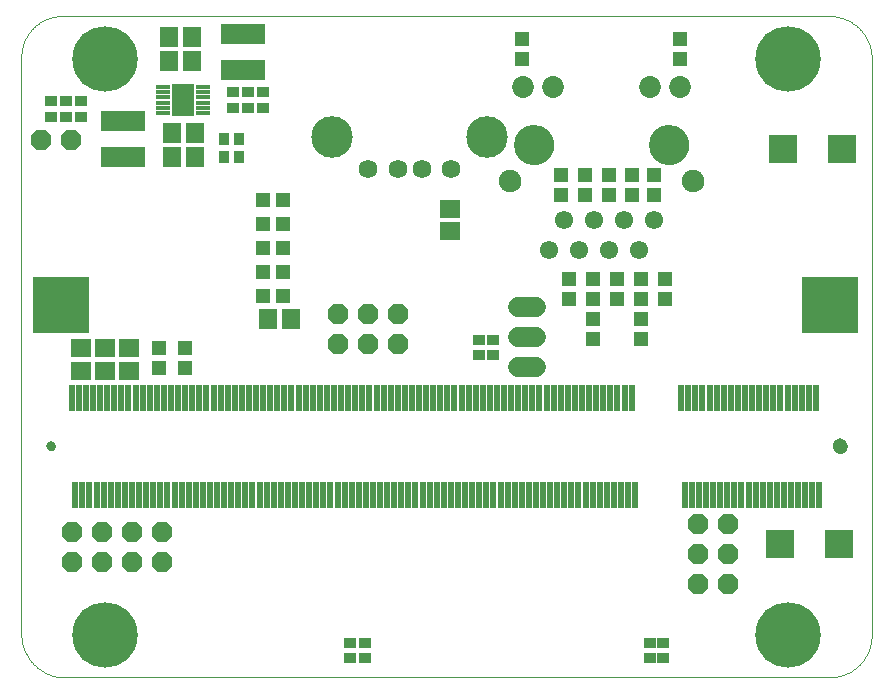
<source format=gbs>
G75*
%MOIN*%
%OFA0B0*%
%FSLAX25Y25*%
%IPPOS*%
%LPD*%
%AMOC8*
5,1,8,0,0,1.08239X$1,22.5*
%
%ADD10C,0.00000*%
%ADD11R,0.02178X0.08674*%
%ADD12R,0.18517X0.18910*%
%ADD13C,0.05131*%
%ADD14C,0.03162*%
%ADD15R,0.04737X0.01784*%
%ADD16R,0.07493X0.10643*%
%ADD17R,0.14580X0.06706*%
%ADD18C,0.06800*%
%ADD19R,0.03556X0.04343*%
%ADD20R,0.04343X0.03556*%
%ADD21R,0.05918X0.06706*%
%ADD22OC8,0.06800*%
%ADD23R,0.06706X0.05918*%
%ADD24C,0.21800*%
%ADD25R,0.09400X0.09400*%
%ADD26R,0.05131X0.04737*%
%ADD27R,0.04737X0.05131*%
%ADD28C,0.06115*%
%ADD29C,0.07296*%
%ADD30C,0.13398*%
%ADD31C,0.07493*%
%ADD32C,0.13855*%
%ADD33C,0.06233*%
D10*
X0015673Y0001500D02*
X0270791Y0001500D01*
X0271133Y0001504D01*
X0271476Y0001517D01*
X0271818Y0001537D01*
X0272159Y0001566D01*
X0272499Y0001603D01*
X0272839Y0001649D01*
X0273177Y0001702D01*
X0273514Y0001764D01*
X0273849Y0001834D01*
X0274183Y0001912D01*
X0274514Y0001998D01*
X0274844Y0002092D01*
X0275171Y0002194D01*
X0275495Y0002303D01*
X0275817Y0002421D01*
X0276136Y0002546D01*
X0276451Y0002679D01*
X0276764Y0002820D01*
X0277072Y0002968D01*
X0277378Y0003123D01*
X0277679Y0003286D01*
X0277976Y0003456D01*
X0278269Y0003633D01*
X0278558Y0003818D01*
X0278842Y0004009D01*
X0279122Y0004207D01*
X0279396Y0004411D01*
X0279666Y0004623D01*
X0279930Y0004840D01*
X0280189Y0005064D01*
X0280443Y0005295D01*
X0280691Y0005531D01*
X0280933Y0005773D01*
X0281169Y0006021D01*
X0281400Y0006275D01*
X0281624Y0006534D01*
X0281841Y0006798D01*
X0282053Y0007068D01*
X0282257Y0007342D01*
X0282455Y0007622D01*
X0282646Y0007906D01*
X0282831Y0008195D01*
X0283008Y0008488D01*
X0283178Y0008785D01*
X0283341Y0009086D01*
X0283496Y0009392D01*
X0283644Y0009700D01*
X0283785Y0010013D01*
X0283918Y0010328D01*
X0284043Y0010647D01*
X0284161Y0010969D01*
X0284270Y0011293D01*
X0284372Y0011620D01*
X0284466Y0011950D01*
X0284552Y0012281D01*
X0284630Y0012615D01*
X0284700Y0012950D01*
X0284762Y0013287D01*
X0284815Y0013625D01*
X0284861Y0013965D01*
X0284898Y0014305D01*
X0284927Y0014646D01*
X0284947Y0014988D01*
X0284960Y0015331D01*
X0284964Y0015673D01*
X0284965Y0015673D02*
X0284965Y0207799D01*
X0284964Y0207799D02*
X0284960Y0208141D01*
X0284947Y0208484D01*
X0284927Y0208826D01*
X0284898Y0209167D01*
X0284861Y0209507D01*
X0284815Y0209847D01*
X0284762Y0210185D01*
X0284700Y0210522D01*
X0284630Y0210857D01*
X0284552Y0211191D01*
X0284466Y0211522D01*
X0284372Y0211852D01*
X0284270Y0212179D01*
X0284161Y0212503D01*
X0284043Y0212825D01*
X0283918Y0213144D01*
X0283785Y0213459D01*
X0283644Y0213772D01*
X0283496Y0214080D01*
X0283341Y0214386D01*
X0283178Y0214687D01*
X0283008Y0214984D01*
X0282831Y0215277D01*
X0282646Y0215566D01*
X0282455Y0215850D01*
X0282257Y0216130D01*
X0282053Y0216404D01*
X0281841Y0216674D01*
X0281624Y0216938D01*
X0281400Y0217197D01*
X0281169Y0217451D01*
X0280933Y0217699D01*
X0280691Y0217941D01*
X0280443Y0218177D01*
X0280189Y0218408D01*
X0279930Y0218632D01*
X0279666Y0218849D01*
X0279396Y0219061D01*
X0279122Y0219265D01*
X0278842Y0219463D01*
X0278558Y0219654D01*
X0278269Y0219839D01*
X0277976Y0220016D01*
X0277679Y0220186D01*
X0277378Y0220349D01*
X0277072Y0220504D01*
X0276764Y0220652D01*
X0276451Y0220793D01*
X0276136Y0220926D01*
X0275817Y0221051D01*
X0275495Y0221169D01*
X0275171Y0221278D01*
X0274844Y0221380D01*
X0274514Y0221474D01*
X0274183Y0221560D01*
X0273849Y0221638D01*
X0273514Y0221708D01*
X0273177Y0221770D01*
X0272839Y0221823D01*
X0272499Y0221869D01*
X0272159Y0221906D01*
X0271818Y0221935D01*
X0271476Y0221955D01*
X0271133Y0221968D01*
X0270791Y0221972D01*
X0015673Y0221972D01*
X0001500Y0208799D02*
X0001500Y0016673D01*
X0001492Y0016318D01*
X0001492Y0015963D01*
X0001502Y0015609D01*
X0001520Y0015254D01*
X0001546Y0014901D01*
X0001581Y0014548D01*
X0001625Y0014195D01*
X0001677Y0013845D01*
X0001737Y0013495D01*
X0001806Y0013147D01*
X0001884Y0012801D01*
X0001969Y0012456D01*
X0002063Y0012114D01*
X0002165Y0011774D01*
X0002276Y0011437D01*
X0002394Y0011103D01*
X0002521Y0010771D01*
X0002655Y0010443D01*
X0002798Y0010118D01*
X0002948Y0009797D01*
X0003106Y0009479D01*
X0003271Y0009165D01*
X0003445Y0008855D01*
X0003625Y0008550D01*
X0003813Y0008249D01*
X0004008Y0007953D01*
X0004210Y0007661D01*
X0004419Y0007375D01*
X0004635Y0007093D01*
X0004858Y0006817D01*
X0005088Y0006546D01*
X0005323Y0006281D01*
X0005566Y0006022D01*
X0005814Y0005769D01*
X0006068Y0005521D01*
X0006329Y0005280D01*
X0006595Y0005046D01*
X0006867Y0004817D01*
X0007144Y0004596D01*
X0007426Y0004381D01*
X0007714Y0004173D01*
X0008006Y0003972D01*
X0008303Y0003778D01*
X0008605Y0003592D01*
X0008911Y0003413D01*
X0009222Y0003241D01*
X0009536Y0003077D01*
X0009855Y0002920D01*
X0010177Y0002771D01*
X0010502Y0002630D01*
X0010831Y0002497D01*
X0011163Y0002372D01*
X0011498Y0002255D01*
X0011836Y0002146D01*
X0012176Y0002046D01*
X0012518Y0001953D01*
X0012863Y0001869D01*
X0013210Y0001793D01*
X0013558Y0001726D01*
X0013908Y0001667D01*
X0014259Y0001616D01*
X0014611Y0001574D01*
X0014965Y0001541D01*
X0015319Y0001516D01*
X0015673Y0001500D01*
X0010260Y0078500D02*
X0010262Y0078569D01*
X0010268Y0078637D01*
X0010278Y0078705D01*
X0010292Y0078772D01*
X0010310Y0078839D01*
X0010331Y0078904D01*
X0010357Y0078968D01*
X0010386Y0079030D01*
X0010418Y0079090D01*
X0010454Y0079149D01*
X0010494Y0079205D01*
X0010536Y0079259D01*
X0010582Y0079310D01*
X0010631Y0079359D01*
X0010682Y0079405D01*
X0010736Y0079447D01*
X0010792Y0079487D01*
X0010850Y0079523D01*
X0010911Y0079555D01*
X0010973Y0079584D01*
X0011037Y0079610D01*
X0011102Y0079631D01*
X0011169Y0079649D01*
X0011236Y0079663D01*
X0011304Y0079673D01*
X0011372Y0079679D01*
X0011441Y0079681D01*
X0011510Y0079679D01*
X0011578Y0079673D01*
X0011646Y0079663D01*
X0011713Y0079649D01*
X0011780Y0079631D01*
X0011845Y0079610D01*
X0011909Y0079584D01*
X0011971Y0079555D01*
X0012031Y0079523D01*
X0012090Y0079487D01*
X0012146Y0079447D01*
X0012200Y0079405D01*
X0012251Y0079359D01*
X0012300Y0079310D01*
X0012346Y0079259D01*
X0012388Y0079205D01*
X0012428Y0079149D01*
X0012464Y0079090D01*
X0012496Y0079030D01*
X0012525Y0078968D01*
X0012551Y0078904D01*
X0012572Y0078839D01*
X0012590Y0078772D01*
X0012604Y0078705D01*
X0012614Y0078637D01*
X0012620Y0078569D01*
X0012622Y0078500D01*
X0012620Y0078431D01*
X0012614Y0078363D01*
X0012604Y0078295D01*
X0012590Y0078228D01*
X0012572Y0078161D01*
X0012551Y0078096D01*
X0012525Y0078032D01*
X0012496Y0077970D01*
X0012464Y0077909D01*
X0012428Y0077851D01*
X0012388Y0077795D01*
X0012346Y0077741D01*
X0012300Y0077690D01*
X0012251Y0077641D01*
X0012200Y0077595D01*
X0012146Y0077553D01*
X0012090Y0077513D01*
X0012032Y0077477D01*
X0011971Y0077445D01*
X0011909Y0077416D01*
X0011845Y0077390D01*
X0011780Y0077369D01*
X0011713Y0077351D01*
X0011646Y0077337D01*
X0011578Y0077327D01*
X0011510Y0077321D01*
X0011441Y0077319D01*
X0011372Y0077321D01*
X0011304Y0077327D01*
X0011236Y0077337D01*
X0011169Y0077351D01*
X0011102Y0077369D01*
X0011037Y0077390D01*
X0010973Y0077416D01*
X0010911Y0077445D01*
X0010850Y0077477D01*
X0010792Y0077513D01*
X0010736Y0077553D01*
X0010682Y0077595D01*
X0010631Y0077641D01*
X0010582Y0077690D01*
X0010536Y0077741D01*
X0010494Y0077795D01*
X0010454Y0077851D01*
X0010418Y0077909D01*
X0010386Y0077970D01*
X0010357Y0078032D01*
X0010331Y0078096D01*
X0010310Y0078161D01*
X0010292Y0078228D01*
X0010278Y0078295D01*
X0010268Y0078363D01*
X0010262Y0078431D01*
X0010260Y0078500D01*
X0161142Y0166992D02*
X0161144Y0167107D01*
X0161150Y0167223D01*
X0161160Y0167338D01*
X0161174Y0167453D01*
X0161192Y0167567D01*
X0161214Y0167680D01*
X0161239Y0167793D01*
X0161269Y0167904D01*
X0161302Y0168015D01*
X0161339Y0168124D01*
X0161380Y0168232D01*
X0161425Y0168339D01*
X0161473Y0168444D01*
X0161525Y0168547D01*
X0161581Y0168648D01*
X0161640Y0168748D01*
X0161702Y0168845D01*
X0161768Y0168940D01*
X0161836Y0169033D01*
X0161908Y0169123D01*
X0161983Y0169211D01*
X0162062Y0169296D01*
X0162143Y0169378D01*
X0162226Y0169458D01*
X0162313Y0169534D01*
X0162402Y0169608D01*
X0162493Y0169678D01*
X0162587Y0169746D01*
X0162683Y0169810D01*
X0162782Y0169870D01*
X0162882Y0169927D01*
X0162984Y0169981D01*
X0163088Y0170031D01*
X0163194Y0170078D01*
X0163301Y0170121D01*
X0163410Y0170160D01*
X0163520Y0170195D01*
X0163631Y0170226D01*
X0163743Y0170254D01*
X0163856Y0170278D01*
X0163970Y0170298D01*
X0164085Y0170314D01*
X0164200Y0170326D01*
X0164315Y0170334D01*
X0164430Y0170338D01*
X0164546Y0170338D01*
X0164661Y0170334D01*
X0164776Y0170326D01*
X0164891Y0170314D01*
X0165006Y0170298D01*
X0165120Y0170278D01*
X0165233Y0170254D01*
X0165345Y0170226D01*
X0165456Y0170195D01*
X0165566Y0170160D01*
X0165675Y0170121D01*
X0165782Y0170078D01*
X0165888Y0170031D01*
X0165992Y0169981D01*
X0166094Y0169927D01*
X0166194Y0169870D01*
X0166293Y0169810D01*
X0166389Y0169746D01*
X0166483Y0169678D01*
X0166574Y0169608D01*
X0166663Y0169534D01*
X0166750Y0169458D01*
X0166833Y0169378D01*
X0166914Y0169296D01*
X0166993Y0169211D01*
X0167068Y0169123D01*
X0167140Y0169033D01*
X0167208Y0168940D01*
X0167274Y0168845D01*
X0167336Y0168748D01*
X0167395Y0168648D01*
X0167451Y0168547D01*
X0167503Y0168444D01*
X0167551Y0168339D01*
X0167596Y0168232D01*
X0167637Y0168124D01*
X0167674Y0168015D01*
X0167707Y0167904D01*
X0167737Y0167793D01*
X0167762Y0167680D01*
X0167784Y0167567D01*
X0167802Y0167453D01*
X0167816Y0167338D01*
X0167826Y0167223D01*
X0167832Y0167107D01*
X0167834Y0166992D01*
X0167832Y0166877D01*
X0167826Y0166761D01*
X0167816Y0166646D01*
X0167802Y0166531D01*
X0167784Y0166417D01*
X0167762Y0166304D01*
X0167737Y0166191D01*
X0167707Y0166080D01*
X0167674Y0165969D01*
X0167637Y0165860D01*
X0167596Y0165752D01*
X0167551Y0165645D01*
X0167503Y0165540D01*
X0167451Y0165437D01*
X0167395Y0165336D01*
X0167336Y0165236D01*
X0167274Y0165139D01*
X0167208Y0165044D01*
X0167140Y0164951D01*
X0167068Y0164861D01*
X0166993Y0164773D01*
X0166914Y0164688D01*
X0166833Y0164606D01*
X0166750Y0164526D01*
X0166663Y0164450D01*
X0166574Y0164376D01*
X0166483Y0164306D01*
X0166389Y0164238D01*
X0166293Y0164174D01*
X0166194Y0164114D01*
X0166094Y0164057D01*
X0165992Y0164003D01*
X0165888Y0163953D01*
X0165782Y0163906D01*
X0165675Y0163863D01*
X0165566Y0163824D01*
X0165456Y0163789D01*
X0165345Y0163758D01*
X0165233Y0163730D01*
X0165120Y0163706D01*
X0165006Y0163686D01*
X0164891Y0163670D01*
X0164776Y0163658D01*
X0164661Y0163650D01*
X0164546Y0163646D01*
X0164430Y0163646D01*
X0164315Y0163650D01*
X0164200Y0163658D01*
X0164085Y0163670D01*
X0163970Y0163686D01*
X0163856Y0163706D01*
X0163743Y0163730D01*
X0163631Y0163758D01*
X0163520Y0163789D01*
X0163410Y0163824D01*
X0163301Y0163863D01*
X0163194Y0163906D01*
X0163088Y0163953D01*
X0162984Y0164003D01*
X0162882Y0164057D01*
X0162782Y0164114D01*
X0162683Y0164174D01*
X0162587Y0164238D01*
X0162493Y0164306D01*
X0162402Y0164376D01*
X0162313Y0164450D01*
X0162226Y0164526D01*
X0162143Y0164606D01*
X0162062Y0164688D01*
X0161983Y0164773D01*
X0161908Y0164861D01*
X0161836Y0164951D01*
X0161768Y0165044D01*
X0161702Y0165139D01*
X0161640Y0165236D01*
X0161581Y0165336D01*
X0161525Y0165437D01*
X0161473Y0165540D01*
X0161425Y0165645D01*
X0161380Y0165752D01*
X0161339Y0165860D01*
X0161302Y0165969D01*
X0161269Y0166080D01*
X0161239Y0166191D01*
X0161214Y0166304D01*
X0161192Y0166417D01*
X0161174Y0166531D01*
X0161160Y0166646D01*
X0161150Y0166761D01*
X0161144Y0166877D01*
X0161142Y0166992D01*
X0166201Y0179000D02*
X0166203Y0179158D01*
X0166209Y0179316D01*
X0166219Y0179474D01*
X0166233Y0179632D01*
X0166251Y0179789D01*
X0166272Y0179946D01*
X0166298Y0180102D01*
X0166328Y0180258D01*
X0166361Y0180413D01*
X0166399Y0180566D01*
X0166440Y0180719D01*
X0166485Y0180871D01*
X0166534Y0181022D01*
X0166587Y0181171D01*
X0166643Y0181319D01*
X0166703Y0181465D01*
X0166767Y0181610D01*
X0166835Y0181753D01*
X0166906Y0181895D01*
X0166980Y0182035D01*
X0167058Y0182172D01*
X0167140Y0182308D01*
X0167224Y0182442D01*
X0167313Y0182573D01*
X0167404Y0182702D01*
X0167499Y0182829D01*
X0167596Y0182954D01*
X0167697Y0183076D01*
X0167801Y0183195D01*
X0167908Y0183312D01*
X0168018Y0183426D01*
X0168131Y0183537D01*
X0168246Y0183646D01*
X0168364Y0183751D01*
X0168485Y0183853D01*
X0168608Y0183953D01*
X0168734Y0184049D01*
X0168862Y0184142D01*
X0168992Y0184232D01*
X0169125Y0184318D01*
X0169260Y0184402D01*
X0169396Y0184481D01*
X0169535Y0184558D01*
X0169676Y0184630D01*
X0169818Y0184700D01*
X0169962Y0184765D01*
X0170108Y0184827D01*
X0170255Y0184885D01*
X0170404Y0184940D01*
X0170554Y0184991D01*
X0170705Y0185038D01*
X0170857Y0185081D01*
X0171010Y0185120D01*
X0171165Y0185156D01*
X0171320Y0185187D01*
X0171476Y0185215D01*
X0171632Y0185239D01*
X0171789Y0185259D01*
X0171947Y0185275D01*
X0172104Y0185287D01*
X0172263Y0185295D01*
X0172421Y0185299D01*
X0172579Y0185299D01*
X0172737Y0185295D01*
X0172896Y0185287D01*
X0173053Y0185275D01*
X0173211Y0185259D01*
X0173368Y0185239D01*
X0173524Y0185215D01*
X0173680Y0185187D01*
X0173835Y0185156D01*
X0173990Y0185120D01*
X0174143Y0185081D01*
X0174295Y0185038D01*
X0174446Y0184991D01*
X0174596Y0184940D01*
X0174745Y0184885D01*
X0174892Y0184827D01*
X0175038Y0184765D01*
X0175182Y0184700D01*
X0175324Y0184630D01*
X0175465Y0184558D01*
X0175604Y0184481D01*
X0175740Y0184402D01*
X0175875Y0184318D01*
X0176008Y0184232D01*
X0176138Y0184142D01*
X0176266Y0184049D01*
X0176392Y0183953D01*
X0176515Y0183853D01*
X0176636Y0183751D01*
X0176754Y0183646D01*
X0176869Y0183537D01*
X0176982Y0183426D01*
X0177092Y0183312D01*
X0177199Y0183195D01*
X0177303Y0183076D01*
X0177404Y0182954D01*
X0177501Y0182829D01*
X0177596Y0182702D01*
X0177687Y0182573D01*
X0177776Y0182442D01*
X0177860Y0182308D01*
X0177942Y0182172D01*
X0178020Y0182035D01*
X0178094Y0181895D01*
X0178165Y0181753D01*
X0178233Y0181610D01*
X0178297Y0181465D01*
X0178357Y0181319D01*
X0178413Y0181171D01*
X0178466Y0181022D01*
X0178515Y0180871D01*
X0178560Y0180719D01*
X0178601Y0180566D01*
X0178639Y0180413D01*
X0178672Y0180258D01*
X0178702Y0180102D01*
X0178728Y0179946D01*
X0178749Y0179789D01*
X0178767Y0179632D01*
X0178781Y0179474D01*
X0178791Y0179316D01*
X0178797Y0179158D01*
X0178799Y0179000D01*
X0178797Y0178842D01*
X0178791Y0178684D01*
X0178781Y0178526D01*
X0178767Y0178368D01*
X0178749Y0178211D01*
X0178728Y0178054D01*
X0178702Y0177898D01*
X0178672Y0177742D01*
X0178639Y0177587D01*
X0178601Y0177434D01*
X0178560Y0177281D01*
X0178515Y0177129D01*
X0178466Y0176978D01*
X0178413Y0176829D01*
X0178357Y0176681D01*
X0178297Y0176535D01*
X0178233Y0176390D01*
X0178165Y0176247D01*
X0178094Y0176105D01*
X0178020Y0175965D01*
X0177942Y0175828D01*
X0177860Y0175692D01*
X0177776Y0175558D01*
X0177687Y0175427D01*
X0177596Y0175298D01*
X0177501Y0175171D01*
X0177404Y0175046D01*
X0177303Y0174924D01*
X0177199Y0174805D01*
X0177092Y0174688D01*
X0176982Y0174574D01*
X0176869Y0174463D01*
X0176754Y0174354D01*
X0176636Y0174249D01*
X0176515Y0174147D01*
X0176392Y0174047D01*
X0176266Y0173951D01*
X0176138Y0173858D01*
X0176008Y0173768D01*
X0175875Y0173682D01*
X0175740Y0173598D01*
X0175604Y0173519D01*
X0175465Y0173442D01*
X0175324Y0173370D01*
X0175182Y0173300D01*
X0175038Y0173235D01*
X0174892Y0173173D01*
X0174745Y0173115D01*
X0174596Y0173060D01*
X0174446Y0173009D01*
X0174295Y0172962D01*
X0174143Y0172919D01*
X0173990Y0172880D01*
X0173835Y0172844D01*
X0173680Y0172813D01*
X0173524Y0172785D01*
X0173368Y0172761D01*
X0173211Y0172741D01*
X0173053Y0172725D01*
X0172896Y0172713D01*
X0172737Y0172705D01*
X0172579Y0172701D01*
X0172421Y0172701D01*
X0172263Y0172705D01*
X0172104Y0172713D01*
X0171947Y0172725D01*
X0171789Y0172741D01*
X0171632Y0172761D01*
X0171476Y0172785D01*
X0171320Y0172813D01*
X0171165Y0172844D01*
X0171010Y0172880D01*
X0170857Y0172919D01*
X0170705Y0172962D01*
X0170554Y0173009D01*
X0170404Y0173060D01*
X0170255Y0173115D01*
X0170108Y0173173D01*
X0169962Y0173235D01*
X0169818Y0173300D01*
X0169676Y0173370D01*
X0169535Y0173442D01*
X0169396Y0173519D01*
X0169260Y0173598D01*
X0169125Y0173682D01*
X0168992Y0173768D01*
X0168862Y0173858D01*
X0168734Y0173951D01*
X0168608Y0174047D01*
X0168485Y0174147D01*
X0168364Y0174249D01*
X0168246Y0174354D01*
X0168131Y0174463D01*
X0168018Y0174574D01*
X0167908Y0174688D01*
X0167801Y0174805D01*
X0167697Y0174924D01*
X0167596Y0175046D01*
X0167499Y0175171D01*
X0167404Y0175298D01*
X0167313Y0175427D01*
X0167224Y0175558D01*
X0167140Y0175692D01*
X0167058Y0175828D01*
X0166980Y0175965D01*
X0166906Y0176105D01*
X0166835Y0176247D01*
X0166767Y0176390D01*
X0166703Y0176535D01*
X0166643Y0176681D01*
X0166587Y0176829D01*
X0166534Y0176978D01*
X0166485Y0177129D01*
X0166440Y0177281D01*
X0166399Y0177434D01*
X0166361Y0177587D01*
X0166328Y0177742D01*
X0166298Y0177898D01*
X0166272Y0178054D01*
X0166251Y0178211D01*
X0166233Y0178368D01*
X0166219Y0178526D01*
X0166209Y0178684D01*
X0166203Y0178842D01*
X0166201Y0179000D01*
X0211201Y0179000D02*
X0211203Y0179158D01*
X0211209Y0179316D01*
X0211219Y0179474D01*
X0211233Y0179632D01*
X0211251Y0179789D01*
X0211272Y0179946D01*
X0211298Y0180102D01*
X0211328Y0180258D01*
X0211361Y0180413D01*
X0211399Y0180566D01*
X0211440Y0180719D01*
X0211485Y0180871D01*
X0211534Y0181022D01*
X0211587Y0181171D01*
X0211643Y0181319D01*
X0211703Y0181465D01*
X0211767Y0181610D01*
X0211835Y0181753D01*
X0211906Y0181895D01*
X0211980Y0182035D01*
X0212058Y0182172D01*
X0212140Y0182308D01*
X0212224Y0182442D01*
X0212313Y0182573D01*
X0212404Y0182702D01*
X0212499Y0182829D01*
X0212596Y0182954D01*
X0212697Y0183076D01*
X0212801Y0183195D01*
X0212908Y0183312D01*
X0213018Y0183426D01*
X0213131Y0183537D01*
X0213246Y0183646D01*
X0213364Y0183751D01*
X0213485Y0183853D01*
X0213608Y0183953D01*
X0213734Y0184049D01*
X0213862Y0184142D01*
X0213992Y0184232D01*
X0214125Y0184318D01*
X0214260Y0184402D01*
X0214396Y0184481D01*
X0214535Y0184558D01*
X0214676Y0184630D01*
X0214818Y0184700D01*
X0214962Y0184765D01*
X0215108Y0184827D01*
X0215255Y0184885D01*
X0215404Y0184940D01*
X0215554Y0184991D01*
X0215705Y0185038D01*
X0215857Y0185081D01*
X0216010Y0185120D01*
X0216165Y0185156D01*
X0216320Y0185187D01*
X0216476Y0185215D01*
X0216632Y0185239D01*
X0216789Y0185259D01*
X0216947Y0185275D01*
X0217104Y0185287D01*
X0217263Y0185295D01*
X0217421Y0185299D01*
X0217579Y0185299D01*
X0217737Y0185295D01*
X0217896Y0185287D01*
X0218053Y0185275D01*
X0218211Y0185259D01*
X0218368Y0185239D01*
X0218524Y0185215D01*
X0218680Y0185187D01*
X0218835Y0185156D01*
X0218990Y0185120D01*
X0219143Y0185081D01*
X0219295Y0185038D01*
X0219446Y0184991D01*
X0219596Y0184940D01*
X0219745Y0184885D01*
X0219892Y0184827D01*
X0220038Y0184765D01*
X0220182Y0184700D01*
X0220324Y0184630D01*
X0220465Y0184558D01*
X0220604Y0184481D01*
X0220740Y0184402D01*
X0220875Y0184318D01*
X0221008Y0184232D01*
X0221138Y0184142D01*
X0221266Y0184049D01*
X0221392Y0183953D01*
X0221515Y0183853D01*
X0221636Y0183751D01*
X0221754Y0183646D01*
X0221869Y0183537D01*
X0221982Y0183426D01*
X0222092Y0183312D01*
X0222199Y0183195D01*
X0222303Y0183076D01*
X0222404Y0182954D01*
X0222501Y0182829D01*
X0222596Y0182702D01*
X0222687Y0182573D01*
X0222776Y0182442D01*
X0222860Y0182308D01*
X0222942Y0182172D01*
X0223020Y0182035D01*
X0223094Y0181895D01*
X0223165Y0181753D01*
X0223233Y0181610D01*
X0223297Y0181465D01*
X0223357Y0181319D01*
X0223413Y0181171D01*
X0223466Y0181022D01*
X0223515Y0180871D01*
X0223560Y0180719D01*
X0223601Y0180566D01*
X0223639Y0180413D01*
X0223672Y0180258D01*
X0223702Y0180102D01*
X0223728Y0179946D01*
X0223749Y0179789D01*
X0223767Y0179632D01*
X0223781Y0179474D01*
X0223791Y0179316D01*
X0223797Y0179158D01*
X0223799Y0179000D01*
X0223797Y0178842D01*
X0223791Y0178684D01*
X0223781Y0178526D01*
X0223767Y0178368D01*
X0223749Y0178211D01*
X0223728Y0178054D01*
X0223702Y0177898D01*
X0223672Y0177742D01*
X0223639Y0177587D01*
X0223601Y0177434D01*
X0223560Y0177281D01*
X0223515Y0177129D01*
X0223466Y0176978D01*
X0223413Y0176829D01*
X0223357Y0176681D01*
X0223297Y0176535D01*
X0223233Y0176390D01*
X0223165Y0176247D01*
X0223094Y0176105D01*
X0223020Y0175965D01*
X0222942Y0175828D01*
X0222860Y0175692D01*
X0222776Y0175558D01*
X0222687Y0175427D01*
X0222596Y0175298D01*
X0222501Y0175171D01*
X0222404Y0175046D01*
X0222303Y0174924D01*
X0222199Y0174805D01*
X0222092Y0174688D01*
X0221982Y0174574D01*
X0221869Y0174463D01*
X0221754Y0174354D01*
X0221636Y0174249D01*
X0221515Y0174147D01*
X0221392Y0174047D01*
X0221266Y0173951D01*
X0221138Y0173858D01*
X0221008Y0173768D01*
X0220875Y0173682D01*
X0220740Y0173598D01*
X0220604Y0173519D01*
X0220465Y0173442D01*
X0220324Y0173370D01*
X0220182Y0173300D01*
X0220038Y0173235D01*
X0219892Y0173173D01*
X0219745Y0173115D01*
X0219596Y0173060D01*
X0219446Y0173009D01*
X0219295Y0172962D01*
X0219143Y0172919D01*
X0218990Y0172880D01*
X0218835Y0172844D01*
X0218680Y0172813D01*
X0218524Y0172785D01*
X0218368Y0172761D01*
X0218211Y0172741D01*
X0218053Y0172725D01*
X0217896Y0172713D01*
X0217737Y0172705D01*
X0217579Y0172701D01*
X0217421Y0172701D01*
X0217263Y0172705D01*
X0217104Y0172713D01*
X0216947Y0172725D01*
X0216789Y0172741D01*
X0216632Y0172761D01*
X0216476Y0172785D01*
X0216320Y0172813D01*
X0216165Y0172844D01*
X0216010Y0172880D01*
X0215857Y0172919D01*
X0215705Y0172962D01*
X0215554Y0173009D01*
X0215404Y0173060D01*
X0215255Y0173115D01*
X0215108Y0173173D01*
X0214962Y0173235D01*
X0214818Y0173300D01*
X0214676Y0173370D01*
X0214535Y0173442D01*
X0214396Y0173519D01*
X0214260Y0173598D01*
X0214125Y0173682D01*
X0213992Y0173768D01*
X0213862Y0173858D01*
X0213734Y0173951D01*
X0213608Y0174047D01*
X0213485Y0174147D01*
X0213364Y0174249D01*
X0213246Y0174354D01*
X0213131Y0174463D01*
X0213018Y0174574D01*
X0212908Y0174688D01*
X0212801Y0174805D01*
X0212697Y0174924D01*
X0212596Y0175046D01*
X0212499Y0175171D01*
X0212404Y0175298D01*
X0212313Y0175427D01*
X0212224Y0175558D01*
X0212140Y0175692D01*
X0212058Y0175828D01*
X0211980Y0175965D01*
X0211906Y0176105D01*
X0211835Y0176247D01*
X0211767Y0176390D01*
X0211703Y0176535D01*
X0211643Y0176681D01*
X0211587Y0176829D01*
X0211534Y0176978D01*
X0211485Y0177129D01*
X0211440Y0177281D01*
X0211399Y0177434D01*
X0211361Y0177587D01*
X0211328Y0177742D01*
X0211298Y0177898D01*
X0211272Y0178054D01*
X0211251Y0178211D01*
X0211233Y0178368D01*
X0211219Y0178526D01*
X0211209Y0178684D01*
X0211203Y0178842D01*
X0211201Y0179000D01*
X0222166Y0166992D02*
X0222168Y0167107D01*
X0222174Y0167223D01*
X0222184Y0167338D01*
X0222198Y0167453D01*
X0222216Y0167567D01*
X0222238Y0167680D01*
X0222263Y0167793D01*
X0222293Y0167904D01*
X0222326Y0168015D01*
X0222363Y0168124D01*
X0222404Y0168232D01*
X0222449Y0168339D01*
X0222497Y0168444D01*
X0222549Y0168547D01*
X0222605Y0168648D01*
X0222664Y0168748D01*
X0222726Y0168845D01*
X0222792Y0168940D01*
X0222860Y0169033D01*
X0222932Y0169123D01*
X0223007Y0169211D01*
X0223086Y0169296D01*
X0223167Y0169378D01*
X0223250Y0169458D01*
X0223337Y0169534D01*
X0223426Y0169608D01*
X0223517Y0169678D01*
X0223611Y0169746D01*
X0223707Y0169810D01*
X0223806Y0169870D01*
X0223906Y0169927D01*
X0224008Y0169981D01*
X0224112Y0170031D01*
X0224218Y0170078D01*
X0224325Y0170121D01*
X0224434Y0170160D01*
X0224544Y0170195D01*
X0224655Y0170226D01*
X0224767Y0170254D01*
X0224880Y0170278D01*
X0224994Y0170298D01*
X0225109Y0170314D01*
X0225224Y0170326D01*
X0225339Y0170334D01*
X0225454Y0170338D01*
X0225570Y0170338D01*
X0225685Y0170334D01*
X0225800Y0170326D01*
X0225915Y0170314D01*
X0226030Y0170298D01*
X0226144Y0170278D01*
X0226257Y0170254D01*
X0226369Y0170226D01*
X0226480Y0170195D01*
X0226590Y0170160D01*
X0226699Y0170121D01*
X0226806Y0170078D01*
X0226912Y0170031D01*
X0227016Y0169981D01*
X0227118Y0169927D01*
X0227218Y0169870D01*
X0227317Y0169810D01*
X0227413Y0169746D01*
X0227507Y0169678D01*
X0227598Y0169608D01*
X0227687Y0169534D01*
X0227774Y0169458D01*
X0227857Y0169378D01*
X0227938Y0169296D01*
X0228017Y0169211D01*
X0228092Y0169123D01*
X0228164Y0169033D01*
X0228232Y0168940D01*
X0228298Y0168845D01*
X0228360Y0168748D01*
X0228419Y0168648D01*
X0228475Y0168547D01*
X0228527Y0168444D01*
X0228575Y0168339D01*
X0228620Y0168232D01*
X0228661Y0168124D01*
X0228698Y0168015D01*
X0228731Y0167904D01*
X0228761Y0167793D01*
X0228786Y0167680D01*
X0228808Y0167567D01*
X0228826Y0167453D01*
X0228840Y0167338D01*
X0228850Y0167223D01*
X0228856Y0167107D01*
X0228858Y0166992D01*
X0228856Y0166877D01*
X0228850Y0166761D01*
X0228840Y0166646D01*
X0228826Y0166531D01*
X0228808Y0166417D01*
X0228786Y0166304D01*
X0228761Y0166191D01*
X0228731Y0166080D01*
X0228698Y0165969D01*
X0228661Y0165860D01*
X0228620Y0165752D01*
X0228575Y0165645D01*
X0228527Y0165540D01*
X0228475Y0165437D01*
X0228419Y0165336D01*
X0228360Y0165236D01*
X0228298Y0165139D01*
X0228232Y0165044D01*
X0228164Y0164951D01*
X0228092Y0164861D01*
X0228017Y0164773D01*
X0227938Y0164688D01*
X0227857Y0164606D01*
X0227774Y0164526D01*
X0227687Y0164450D01*
X0227598Y0164376D01*
X0227507Y0164306D01*
X0227413Y0164238D01*
X0227317Y0164174D01*
X0227218Y0164114D01*
X0227118Y0164057D01*
X0227016Y0164003D01*
X0226912Y0163953D01*
X0226806Y0163906D01*
X0226699Y0163863D01*
X0226590Y0163824D01*
X0226480Y0163789D01*
X0226369Y0163758D01*
X0226257Y0163730D01*
X0226144Y0163706D01*
X0226030Y0163686D01*
X0225915Y0163670D01*
X0225800Y0163658D01*
X0225685Y0163650D01*
X0225570Y0163646D01*
X0225454Y0163646D01*
X0225339Y0163650D01*
X0225224Y0163658D01*
X0225109Y0163670D01*
X0224994Y0163686D01*
X0224880Y0163706D01*
X0224767Y0163730D01*
X0224655Y0163758D01*
X0224544Y0163789D01*
X0224434Y0163824D01*
X0224325Y0163863D01*
X0224218Y0163906D01*
X0224112Y0163953D01*
X0224008Y0164003D01*
X0223906Y0164057D01*
X0223806Y0164114D01*
X0223707Y0164174D01*
X0223611Y0164238D01*
X0223517Y0164306D01*
X0223426Y0164376D01*
X0223337Y0164450D01*
X0223250Y0164526D01*
X0223167Y0164606D01*
X0223086Y0164688D01*
X0223007Y0164773D01*
X0222932Y0164861D01*
X0222860Y0164951D01*
X0222792Y0165044D01*
X0222726Y0165139D01*
X0222664Y0165236D01*
X0222605Y0165336D01*
X0222549Y0165437D01*
X0222497Y0165540D01*
X0222449Y0165645D01*
X0222404Y0165752D01*
X0222363Y0165860D01*
X0222326Y0165969D01*
X0222293Y0166080D01*
X0222263Y0166191D01*
X0222238Y0166304D01*
X0222216Y0166417D01*
X0222198Y0166531D01*
X0222184Y0166646D01*
X0222174Y0166761D01*
X0222168Y0166877D01*
X0222166Y0166992D01*
X0272268Y0078500D02*
X0272270Y0078593D01*
X0272276Y0078685D01*
X0272286Y0078777D01*
X0272300Y0078868D01*
X0272317Y0078959D01*
X0272339Y0079049D01*
X0272364Y0079138D01*
X0272393Y0079226D01*
X0272426Y0079312D01*
X0272463Y0079397D01*
X0272503Y0079481D01*
X0272547Y0079562D01*
X0272594Y0079642D01*
X0272644Y0079720D01*
X0272698Y0079795D01*
X0272755Y0079868D01*
X0272815Y0079938D01*
X0272878Y0080006D01*
X0272944Y0080071D01*
X0273012Y0080133D01*
X0273083Y0080193D01*
X0273157Y0080249D01*
X0273233Y0080302D01*
X0273311Y0080351D01*
X0273391Y0080398D01*
X0273473Y0080440D01*
X0273557Y0080480D01*
X0273642Y0080515D01*
X0273729Y0080547D01*
X0273817Y0080576D01*
X0273906Y0080600D01*
X0273996Y0080621D01*
X0274087Y0080637D01*
X0274179Y0080650D01*
X0274271Y0080659D01*
X0274364Y0080664D01*
X0274456Y0080665D01*
X0274549Y0080662D01*
X0274641Y0080655D01*
X0274733Y0080644D01*
X0274824Y0080629D01*
X0274915Y0080611D01*
X0275005Y0080588D01*
X0275093Y0080562D01*
X0275181Y0080532D01*
X0275267Y0080498D01*
X0275351Y0080461D01*
X0275434Y0080419D01*
X0275515Y0080375D01*
X0275595Y0080327D01*
X0275672Y0080276D01*
X0275746Y0080221D01*
X0275819Y0080163D01*
X0275889Y0080103D01*
X0275956Y0080039D01*
X0276020Y0079973D01*
X0276082Y0079903D01*
X0276140Y0079832D01*
X0276195Y0079758D01*
X0276247Y0079681D01*
X0276296Y0079602D01*
X0276342Y0079522D01*
X0276384Y0079439D01*
X0276422Y0079355D01*
X0276457Y0079269D01*
X0276488Y0079182D01*
X0276515Y0079094D01*
X0276538Y0079004D01*
X0276558Y0078914D01*
X0276574Y0078823D01*
X0276586Y0078731D01*
X0276594Y0078639D01*
X0276598Y0078546D01*
X0276598Y0078454D01*
X0276594Y0078361D01*
X0276586Y0078269D01*
X0276574Y0078177D01*
X0276558Y0078086D01*
X0276538Y0077996D01*
X0276515Y0077906D01*
X0276488Y0077818D01*
X0276457Y0077731D01*
X0276422Y0077645D01*
X0276384Y0077561D01*
X0276342Y0077478D01*
X0276296Y0077398D01*
X0276247Y0077319D01*
X0276195Y0077242D01*
X0276140Y0077168D01*
X0276082Y0077097D01*
X0276020Y0077027D01*
X0275956Y0076961D01*
X0275889Y0076897D01*
X0275819Y0076837D01*
X0275746Y0076779D01*
X0275672Y0076724D01*
X0275595Y0076673D01*
X0275516Y0076625D01*
X0275434Y0076581D01*
X0275351Y0076539D01*
X0275267Y0076502D01*
X0275181Y0076468D01*
X0275093Y0076438D01*
X0275005Y0076412D01*
X0274915Y0076389D01*
X0274824Y0076371D01*
X0274733Y0076356D01*
X0274641Y0076345D01*
X0274549Y0076338D01*
X0274456Y0076335D01*
X0274364Y0076336D01*
X0274271Y0076341D01*
X0274179Y0076350D01*
X0274087Y0076363D01*
X0273996Y0076379D01*
X0273906Y0076400D01*
X0273817Y0076424D01*
X0273729Y0076453D01*
X0273642Y0076485D01*
X0273557Y0076520D01*
X0273473Y0076560D01*
X0273391Y0076602D01*
X0273311Y0076649D01*
X0273233Y0076698D01*
X0273157Y0076751D01*
X0273083Y0076807D01*
X0273012Y0076867D01*
X0272944Y0076929D01*
X0272878Y0076994D01*
X0272815Y0077062D01*
X0272755Y0077132D01*
X0272698Y0077205D01*
X0272644Y0077280D01*
X0272594Y0077358D01*
X0272547Y0077438D01*
X0272503Y0077519D01*
X0272463Y0077603D01*
X0272426Y0077688D01*
X0272393Y0077774D01*
X0272364Y0077862D01*
X0272339Y0077951D01*
X0272317Y0078041D01*
X0272300Y0078132D01*
X0272286Y0078223D01*
X0272276Y0078315D01*
X0272270Y0078407D01*
X0272268Y0078500D01*
X0015673Y0221972D02*
X0015342Y0221980D01*
X0015012Y0221980D01*
X0014681Y0221972D01*
X0014351Y0221956D01*
X0014021Y0221932D01*
X0013692Y0221901D01*
X0013364Y0221861D01*
X0013037Y0221813D01*
X0012711Y0221758D01*
X0012386Y0221694D01*
X0012063Y0221623D01*
X0011742Y0221544D01*
X0011423Y0221457D01*
X0011107Y0221363D01*
X0010792Y0221261D01*
X0010480Y0221151D01*
X0010171Y0221034D01*
X0009865Y0220909D01*
X0009562Y0220777D01*
X0009262Y0220638D01*
X0008965Y0220492D01*
X0008672Y0220338D01*
X0008383Y0220177D01*
X0008098Y0220010D01*
X0007817Y0219836D01*
X0007541Y0219654D01*
X0007269Y0219467D01*
X0007001Y0219272D01*
X0006738Y0219072D01*
X0006480Y0218865D01*
X0006228Y0218652D01*
X0005980Y0218433D01*
X0005738Y0218207D01*
X0005501Y0217977D01*
X0005270Y0217740D01*
X0005045Y0217498D01*
X0004826Y0217251D01*
X0004612Y0216998D01*
X0004405Y0216740D01*
X0004204Y0216478D01*
X0004010Y0216210D01*
X0003822Y0215938D01*
X0003641Y0215662D01*
X0003466Y0215381D01*
X0003299Y0215096D01*
X0003138Y0214807D01*
X0002984Y0214514D01*
X0002838Y0214218D01*
X0002698Y0213918D01*
X0002566Y0213615D01*
X0002441Y0213309D01*
X0002324Y0213000D01*
X0002214Y0212688D01*
X0002112Y0212373D01*
X0002017Y0212057D01*
X0001930Y0211738D01*
X0001851Y0211417D01*
X0001779Y0211094D01*
X0001716Y0210769D01*
X0001660Y0210443D01*
X0001612Y0210116D01*
X0001572Y0209788D01*
X0001540Y0209459D01*
X0001516Y0209129D01*
X0001500Y0208799D01*
D11*
X0018331Y0094642D03*
X0020693Y0094642D03*
X0023055Y0094642D03*
X0025417Y0094642D03*
X0027780Y0094642D03*
X0030142Y0094642D03*
X0032504Y0094642D03*
X0034866Y0094642D03*
X0037228Y0094642D03*
X0039591Y0094642D03*
X0041953Y0094642D03*
X0044315Y0094642D03*
X0046677Y0094642D03*
X0049039Y0094642D03*
X0051402Y0094642D03*
X0053764Y0094642D03*
X0056126Y0094642D03*
X0058488Y0094642D03*
X0060850Y0094642D03*
X0063213Y0094642D03*
X0065575Y0094642D03*
X0067937Y0094642D03*
X0070299Y0094642D03*
X0072661Y0094642D03*
X0075024Y0094642D03*
X0077386Y0094642D03*
X0079748Y0094642D03*
X0082110Y0094642D03*
X0084472Y0094642D03*
X0086835Y0094642D03*
X0089197Y0094642D03*
X0091559Y0094642D03*
X0093921Y0094642D03*
X0096283Y0094642D03*
X0098646Y0094642D03*
X0101008Y0094642D03*
X0103370Y0094642D03*
X0105732Y0094642D03*
X0108094Y0094642D03*
X0110457Y0094642D03*
X0112819Y0094642D03*
X0115181Y0094642D03*
X0117543Y0094642D03*
X0119906Y0094642D03*
X0122268Y0094642D03*
X0124630Y0094642D03*
X0126992Y0094642D03*
X0129354Y0094642D03*
X0131717Y0094642D03*
X0134079Y0094642D03*
X0136441Y0094642D03*
X0138803Y0094642D03*
X0141165Y0094642D03*
X0143528Y0094642D03*
X0145890Y0094642D03*
X0148252Y0094642D03*
X0150614Y0094642D03*
X0152976Y0094642D03*
X0155339Y0094642D03*
X0157701Y0094642D03*
X0160063Y0094642D03*
X0162425Y0094642D03*
X0164787Y0094642D03*
X0167150Y0094642D03*
X0169512Y0094642D03*
X0171874Y0094642D03*
X0174236Y0094642D03*
X0176598Y0094642D03*
X0178961Y0094642D03*
X0181323Y0094642D03*
X0183685Y0094642D03*
X0186047Y0094642D03*
X0188409Y0094642D03*
X0190772Y0094642D03*
X0193134Y0094642D03*
X0195496Y0094642D03*
X0197858Y0094642D03*
X0200220Y0094642D03*
X0202583Y0094642D03*
X0204945Y0094642D03*
X0221480Y0094642D03*
X0223843Y0094642D03*
X0226205Y0094642D03*
X0228567Y0094642D03*
X0230929Y0094642D03*
X0233291Y0094642D03*
X0235654Y0094642D03*
X0238016Y0094642D03*
X0240378Y0094642D03*
X0242740Y0094642D03*
X0245102Y0094642D03*
X0247465Y0094642D03*
X0249827Y0094642D03*
X0252189Y0094642D03*
X0254551Y0094642D03*
X0256913Y0094642D03*
X0259276Y0094642D03*
X0261638Y0094642D03*
X0264000Y0094642D03*
X0266362Y0094642D03*
X0265181Y0062358D03*
X0262819Y0062358D03*
X0260457Y0062358D03*
X0258094Y0062358D03*
X0255732Y0062358D03*
X0253370Y0062358D03*
X0251008Y0062358D03*
X0248646Y0062358D03*
X0246283Y0062358D03*
X0243921Y0062358D03*
X0241559Y0062358D03*
X0239197Y0062358D03*
X0236835Y0062358D03*
X0234472Y0062358D03*
X0232110Y0062358D03*
X0229748Y0062358D03*
X0227386Y0062358D03*
X0225024Y0062358D03*
X0222661Y0062358D03*
X0206126Y0062358D03*
X0203764Y0062358D03*
X0201402Y0062358D03*
X0199039Y0062358D03*
X0196677Y0062358D03*
X0194315Y0062358D03*
X0191953Y0062358D03*
X0189591Y0062358D03*
X0187228Y0062358D03*
X0184866Y0062358D03*
X0182504Y0062358D03*
X0180142Y0062358D03*
X0177780Y0062358D03*
X0175417Y0062358D03*
X0173055Y0062358D03*
X0170693Y0062358D03*
X0168331Y0062358D03*
X0165969Y0062358D03*
X0163606Y0062358D03*
X0161244Y0062358D03*
X0158882Y0062358D03*
X0156520Y0062358D03*
X0154157Y0062358D03*
X0151795Y0062358D03*
X0149433Y0062358D03*
X0147071Y0062358D03*
X0144709Y0062358D03*
X0142346Y0062358D03*
X0139984Y0062358D03*
X0137622Y0062358D03*
X0135260Y0062358D03*
X0132898Y0062358D03*
X0130535Y0062358D03*
X0128173Y0062358D03*
X0125811Y0062358D03*
X0123449Y0062358D03*
X0121087Y0062358D03*
X0118724Y0062358D03*
X0116362Y0062358D03*
X0114000Y0062358D03*
X0111638Y0062358D03*
X0109276Y0062358D03*
X0106913Y0062358D03*
X0104551Y0062358D03*
X0102189Y0062358D03*
X0099827Y0062358D03*
X0097465Y0062358D03*
X0095102Y0062358D03*
X0092740Y0062358D03*
X0090378Y0062358D03*
X0088016Y0062358D03*
X0085654Y0062358D03*
X0083291Y0062358D03*
X0080929Y0062358D03*
X0078567Y0062358D03*
X0076205Y0062358D03*
X0073843Y0062358D03*
X0071480Y0062358D03*
X0069118Y0062358D03*
X0066756Y0062358D03*
X0064394Y0062358D03*
X0062031Y0062358D03*
X0059669Y0062358D03*
X0057307Y0062358D03*
X0054945Y0062358D03*
X0052583Y0062358D03*
X0050220Y0062358D03*
X0047858Y0062358D03*
X0045496Y0062358D03*
X0043134Y0062358D03*
X0040772Y0062358D03*
X0038409Y0062358D03*
X0036047Y0062358D03*
X0033685Y0062358D03*
X0031323Y0062358D03*
X0028961Y0062358D03*
X0026598Y0062358D03*
X0024236Y0062358D03*
X0021874Y0062358D03*
X0019512Y0062358D03*
X0267543Y0062358D03*
D12*
X0271087Y0125744D03*
X0014787Y0125744D03*
D13*
X0274433Y0078500D03*
D14*
X0011441Y0078500D03*
D15*
X0048807Y0189571D03*
X0048807Y0191343D03*
X0048807Y0193114D03*
X0048807Y0194886D03*
X0048807Y0196657D03*
X0048807Y0198429D03*
X0062193Y0198429D03*
X0062193Y0196657D03*
X0062193Y0194886D03*
X0062193Y0193114D03*
X0062193Y0191343D03*
X0062193Y0189571D03*
D16*
X0055500Y0194000D03*
D17*
X0035500Y0187004D03*
X0035500Y0174996D03*
X0075500Y0203996D03*
X0075500Y0216004D03*
D18*
X0167000Y0125000D02*
X0173000Y0125000D01*
X0173000Y0115000D02*
X0167000Y0115000D01*
X0167000Y0105000D02*
X0173000Y0105000D01*
D19*
X0074059Y0175000D03*
X0068941Y0175000D03*
X0068941Y0181000D03*
X0074059Y0181000D03*
D20*
X0072000Y0191441D03*
X0077000Y0191441D03*
X0082000Y0191441D03*
X0082000Y0196559D03*
X0077000Y0196559D03*
X0072000Y0196559D03*
X0021500Y0193559D03*
X0016500Y0193559D03*
X0011500Y0193559D03*
X0011500Y0188441D03*
X0016500Y0188441D03*
X0021500Y0188441D03*
X0154200Y0114059D03*
X0158800Y0114059D03*
X0158800Y0108941D03*
X0154200Y0108941D03*
X0116000Y0013059D03*
X0111000Y0013059D03*
X0111000Y0007941D03*
X0116000Y0007941D03*
X0211000Y0007941D03*
X0215500Y0007941D03*
X0215500Y0013059D03*
X0211000Y0013059D03*
D21*
X0091240Y0121000D03*
X0083760Y0121000D03*
X0059240Y0175000D03*
X0051760Y0175000D03*
X0051760Y0183000D03*
X0059240Y0183000D03*
X0058240Y0207000D03*
X0050760Y0207000D03*
X0050760Y0215000D03*
X0058240Y0215000D03*
D22*
X0018000Y0180500D03*
X0008000Y0180500D03*
X0107000Y0122500D03*
X0117000Y0122500D03*
X0117000Y0112500D03*
X0107000Y0112500D03*
X0127000Y0112500D03*
X0127000Y0122500D03*
X0048500Y0050000D03*
X0038500Y0050000D03*
X0028500Y0050000D03*
X0018500Y0050000D03*
X0018500Y0040000D03*
X0028500Y0040000D03*
X0038500Y0040000D03*
X0048500Y0040000D03*
X0227000Y0042500D03*
X0237000Y0042500D03*
X0237000Y0032500D03*
X0227000Y0032500D03*
X0227000Y0052500D03*
X0237000Y0052500D03*
D23*
X0144500Y0150260D03*
X0144500Y0157740D03*
X0037500Y0111240D03*
X0037500Y0103760D03*
X0029500Y0103760D03*
X0029500Y0111240D03*
X0021500Y0111240D03*
X0021500Y0103760D03*
D24*
X0029453Y0015673D03*
X0257012Y0015673D03*
X0257012Y0207799D03*
X0029453Y0207799D03*
D25*
X0254315Y0046000D03*
X0274000Y0046000D03*
X0275185Y0177500D03*
X0255500Y0177500D03*
D26*
X0221000Y0207654D03*
X0221000Y0214346D03*
X0168500Y0214346D03*
X0168500Y0207654D03*
X0088846Y0152500D03*
X0082154Y0152500D03*
X0082154Y0144500D03*
X0088846Y0144500D03*
X0088846Y0136500D03*
X0082154Y0136500D03*
X0184000Y0134346D03*
X0184000Y0127654D03*
X0192000Y0127654D03*
X0200000Y0127654D03*
X0200000Y0134346D03*
X0192000Y0134346D03*
X0208000Y0134346D03*
X0208000Y0127654D03*
X0216000Y0127654D03*
X0216000Y0134346D03*
D27*
X0208000Y0120846D03*
X0208000Y0114154D03*
X0192000Y0114154D03*
X0192000Y0120846D03*
X0189500Y0162154D03*
X0197500Y0162154D03*
X0197500Y0168846D03*
X0189500Y0168846D03*
X0181500Y0168846D03*
X0181500Y0162154D03*
X0205000Y0162154D03*
X0205000Y0168846D03*
X0212500Y0168846D03*
X0212500Y0162154D03*
X0088846Y0160500D03*
X0082154Y0160500D03*
X0082154Y0128700D03*
X0088846Y0128700D03*
X0056000Y0111346D03*
X0056000Y0104654D03*
X0047500Y0104654D03*
X0047500Y0111346D03*
D28*
X0177520Y0144000D03*
X0187520Y0144000D03*
X0197520Y0144000D03*
X0207520Y0144000D03*
X0212520Y0154000D03*
X0202520Y0154000D03*
X0192520Y0154000D03*
X0182520Y0154000D03*
D29*
X0178898Y0198291D03*
X0168898Y0198291D03*
X0211102Y0198291D03*
X0221102Y0198291D03*
D30*
X0217500Y0179000D03*
X0172500Y0179000D03*
D31*
X0164488Y0166992D03*
X0225512Y0166992D03*
D32*
X0156866Y0181500D03*
X0105134Y0181500D03*
D33*
X0117220Y0170870D03*
X0127063Y0170870D03*
X0134937Y0170870D03*
X0144780Y0170870D03*
M02*

</source>
